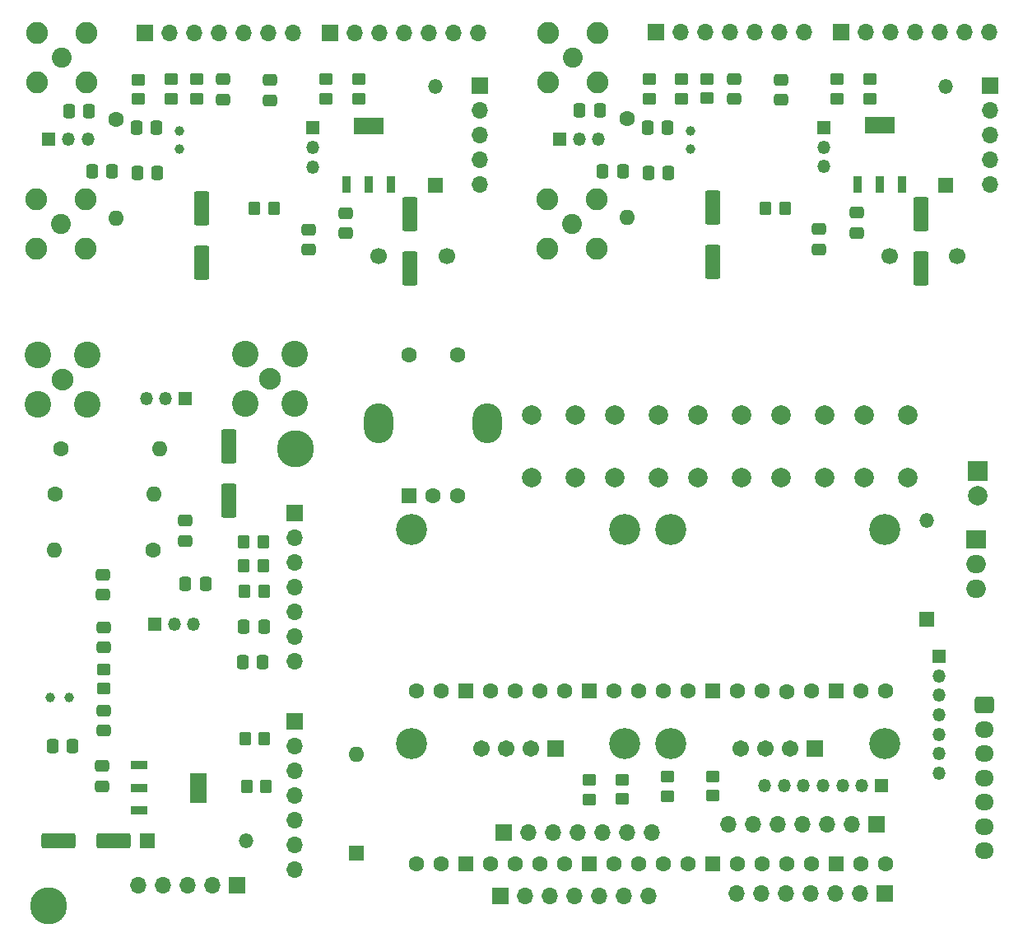
<source format=gbr>
%TF.GenerationSoftware,KiCad,Pcbnew,8.0.4*%
%TF.CreationDate,2025-05-03T00:51:18+05:30*%
%TF.ProjectId,TEST PNAL,54455354-2050-44e4-914c-2e6b69636164,rev?*%
%TF.SameCoordinates,Original*%
%TF.FileFunction,Soldermask,Top*%
%TF.FilePolarity,Negative*%
%FSLAX46Y46*%
G04 Gerber Fmt 4.6, Leading zero omitted, Abs format (unit mm)*
G04 Created by KiCad (PCBNEW 8.0.4) date 2025-05-03 00:51:18*
%MOMM*%
%LPD*%
G01*
G04 APERTURE LIST*
G04 Aperture macros list*
%AMRoundRect*
0 Rectangle with rounded corners*
0 $1 Rounding radius*
0 $2 $3 $4 $5 $6 $7 $8 $9 X,Y pos of 4 corners*
0 Add a 4 corners polygon primitive as box body*
4,1,4,$2,$3,$4,$5,$6,$7,$8,$9,$2,$3,0*
0 Add four circle primitives for the rounded corners*
1,1,$1+$1,$2,$3*
1,1,$1+$1,$4,$5*
1,1,$1+$1,$6,$7*
1,1,$1+$1,$8,$9*
0 Add four rect primitives between the rounded corners*
20,1,$1+$1,$2,$3,$4,$5,0*
20,1,$1+$1,$4,$5,$6,$7,0*
20,1,$1+$1,$6,$7,$8,$9,0*
20,1,$1+$1,$8,$9,$2,$3,0*%
G04 Aperture macros list end*
%ADD10R,1.350000X1.350000*%
%ADD11O,1.350000X1.350000*%
%ADD12C,1.700000*%
%ADD13RoundRect,0.250000X0.475000X-0.337500X0.475000X0.337500X-0.475000X0.337500X-0.475000X-0.337500X0*%
%ADD14RoundRect,0.250000X0.550000X-1.500000X0.550000X1.500000X-0.550000X1.500000X-0.550000X-1.500000X0*%
%ADD15C,1.600000*%
%ADD16O,1.600000X1.600000*%
%ADD17C,2.050000*%
%ADD18C,2.250000*%
%ADD19RoundRect,0.250000X-0.550000X1.500000X-0.550000X-1.500000X0.550000X-1.500000X0.550000X1.500000X0*%
%ADD20RoundRect,0.250000X0.337500X0.475000X-0.337500X0.475000X-0.337500X-0.475000X0.337500X-0.475000X0*%
%ADD21RoundRect,0.250000X0.450000X-0.350000X0.450000X0.350000X-0.450000X0.350000X-0.450000X-0.350000X0*%
%ADD22RoundRect,0.250000X-0.337500X-0.475000X0.337500X-0.475000X0.337500X0.475000X-0.337500X0.475000X0*%
%ADD23RoundRect,0.250000X-0.475000X0.337500X-0.475000X-0.337500X0.475000X-0.337500X0.475000X0.337500X0*%
%ADD24R,1.700000X1.700000*%
%ADD25O,1.700000X1.700000*%
%ADD26R,0.850800X1.761200*%
%ADD27R,3.150799X1.761200*%
%ADD28C,1.000000*%
%ADD29RoundRect,0.250000X-0.350000X-0.450000X0.350000X-0.450000X0.350000X0.450000X-0.350000X0.450000X0*%
%ADD30R,1.500000X1.500000*%
%ADD31O,1.500000X1.500000*%
%ADD32R,2.000000X1.905000*%
%ADD33O,2.000000X1.905000*%
%ADD34R,2.000000X2.000000*%
%ADD35C,2.000000*%
%ADD36RoundRect,0.250000X-0.450000X0.350000X-0.450000X-0.350000X0.450000X-0.350000X0.450000X0.350000X0*%
%ADD37RoundRect,0.200000X-0.600000X0.600000X-0.600000X-0.600000X0.600000X-0.600000X0.600000X0.600000X0*%
%ADD38RoundRect,0.250000X-0.725000X0.600000X-0.725000X-0.600000X0.725000X-0.600000X0.725000X0.600000X0*%
%ADD39O,1.950000X1.700000*%
%ADD40RoundRect,0.102000X0.754000X0.754000X-0.754000X0.754000X-0.754000X-0.754000X0.754000X-0.754000X0*%
%ADD41C,1.712000*%
%ADD42C,3.204000*%
%ADD43RoundRect,0.250000X0.550000X-0.550000X0.550000X0.550000X-0.550000X0.550000X-0.550000X-0.550000X0*%
%ADD44O,3.000000X4.100000*%
%ADD45R,1.600000X1.600000*%
%ADD46C,2.600000*%
%ADD47C,3.800000*%
%ADD48C,2.240000*%
%ADD49C,2.740000*%
%ADD50RoundRect,0.250000X1.500000X0.550000X-1.500000X0.550000X-1.500000X-0.550000X1.500000X-0.550000X0*%
%ADD51R,1.761200X0.850800*%
%ADD52R,1.761200X3.150799*%
%ADD53RoundRect,0.250000X0.350000X0.450000X-0.350000X0.450000X-0.350000X-0.450000X0.350000X-0.450000X0*%
G04 APERTURE END LIST*
D10*
%TO.C,J6*%
X123935000Y-66930000D03*
D11*
X123935000Y-68930000D03*
X123935000Y-70930000D03*
%TD*%
D12*
%TO.C,J8*%
X130700000Y-80105000D03*
X137700000Y-80105000D03*
%TD*%
D13*
%TO.C,C6*%
X114735000Y-63980000D03*
X114735000Y-61905000D03*
%TD*%
D14*
%TO.C,C2*%
X133935000Y-81380000D03*
X133935000Y-75780000D03*
%TD*%
D15*
%TO.C,L1*%
X103685000Y-66030000D03*
D16*
X103685000Y-76190000D03*
%TD*%
D17*
%TO.C,J1*%
X98135000Y-59730000D03*
D18*
X95595000Y-62270000D03*
X100675000Y-62270000D03*
X95595000Y-57190000D03*
X100675000Y-57190000D03*
%TD*%
D19*
%TO.C,C4*%
X112510000Y-75155000D03*
X112510000Y-80755000D03*
%TD*%
D20*
%TO.C,C7*%
X103285000Y-71380000D03*
X101210000Y-71380000D03*
%TD*%
D21*
%TO.C,R6*%
X111960000Y-63905000D03*
X111960000Y-61905000D03*
%TD*%
D20*
%TO.C,C8*%
X107885000Y-66905000D03*
X105810000Y-66905000D03*
%TD*%
D22*
%TO.C,C10*%
X98835000Y-65180000D03*
X100910000Y-65180000D03*
%TD*%
D23*
%TO.C,C3*%
X123485000Y-77355000D03*
X123485000Y-79430000D03*
%TD*%
D24*
%TO.C,J2*%
X141085000Y-62580000D03*
D25*
X141085000Y-65120000D03*
X141085000Y-67660000D03*
X141085000Y-70200000D03*
X141085000Y-72740000D03*
%TD*%
D21*
%TO.C,R4*%
X105985000Y-63955000D03*
X105985000Y-61955000D03*
%TD*%
D13*
%TO.C,C1*%
X127310000Y-77730000D03*
X127310000Y-75655000D03*
%TD*%
D21*
%TO.C,R3*%
X109335000Y-63930000D03*
X109335000Y-61930000D03*
%TD*%
D20*
%TO.C,C9*%
X107960000Y-71555000D03*
X105885000Y-71555000D03*
%TD*%
D24*
%TO.C,J4*%
X106685000Y-57140000D03*
D25*
X109225000Y-57140000D03*
X111765000Y-57140000D03*
X114305000Y-57140000D03*
X116845000Y-57140000D03*
X119385000Y-57140000D03*
X121925000Y-57140000D03*
%TD*%
D21*
%TO.C,R2*%
X125285000Y-63930000D03*
X125285000Y-61930000D03*
%TD*%
D24*
%TO.C,J3*%
X125735000Y-57140000D03*
D25*
X128275000Y-57140000D03*
X130815000Y-57140000D03*
X133355000Y-57140000D03*
X135895000Y-57140000D03*
X138435000Y-57140000D03*
X140975000Y-57140000D03*
%TD*%
D26*
%TO.C,U1*%
X127385000Y-72730000D03*
X129685000Y-72730000D03*
X131985000Y-72730000D03*
D27*
X129685000Y-66680000D03*
%TD*%
D10*
%TO.C,J7*%
X96785000Y-68080000D03*
D11*
X98785000Y-68080000D03*
X100785000Y-68080000D03*
%TD*%
D28*
%TO.C,Y1*%
X110210000Y-69130000D03*
X110210000Y-67230000D03*
%TD*%
D29*
%TO.C,R5*%
X117960000Y-75205000D03*
X119960000Y-75205000D03*
%TD*%
D30*
%TO.C,D1*%
X136510000Y-72840000D03*
D31*
X136510000Y-62680000D03*
%TD*%
D17*
%TO.C,J5*%
X98045000Y-76820000D03*
D18*
X95505000Y-74280000D03*
X95505000Y-79360000D03*
X100585000Y-74280000D03*
X100585000Y-79360000D03*
%TD*%
D23*
%TO.C,C5*%
X119535000Y-61980000D03*
X119535000Y-64055000D03*
%TD*%
D21*
%TO.C,R1*%
X128685000Y-63930000D03*
X128685000Y-61930000D03*
%TD*%
D10*
%TO.C,J4*%
X135775000Y-121290000D03*
D11*
X135775000Y-123290000D03*
X135775000Y-125290000D03*
X135775000Y-127290000D03*
X135775000Y-129290000D03*
X135775000Y-131290000D03*
X135775000Y-133290000D03*
%TD*%
D32*
%TO.C,U2*%
X139585000Y-109250400D03*
D33*
X139585000Y-111790400D03*
X139585000Y-114330400D03*
%TD*%
D34*
%TO.C,J1*%
X139788200Y-102240000D03*
D35*
X139788200Y-104780000D03*
%TD*%
%TO.C,SW4*%
X106915000Y-96450000D03*
X106915000Y-102950000D03*
X102415000Y-96450000D03*
X102415000Y-102950000D03*
%TD*%
%TO.C,SW2*%
X124015000Y-96450000D03*
X124015000Y-102950000D03*
X119515000Y-96450000D03*
X119515000Y-102950000D03*
%TD*%
%TO.C,SW1*%
X132565000Y-96450000D03*
X132565000Y-102950000D03*
X128065000Y-96450000D03*
X128065000Y-102950000D03*
%TD*%
%TO.C,SW5*%
X98365000Y-96450000D03*
X98365000Y-102950000D03*
X93865000Y-96450000D03*
X93865000Y-102950000D03*
%TD*%
D24*
%TO.C,J6*%
X129345000Y-138520000D03*
D25*
X126805000Y-138520000D03*
X124265000Y-138520000D03*
X121725000Y-138520000D03*
X119185000Y-138520000D03*
X116645000Y-138520000D03*
X114105000Y-138520000D03*
%TD*%
D36*
%TO.C,R6*%
X112525000Y-133620000D03*
X112525000Y-135620000D03*
%TD*%
%TO.C,R12*%
X107865000Y-133670000D03*
X107865000Y-135670000D03*
%TD*%
D24*
%TO.C,J5*%
X91035000Y-139380000D03*
D25*
X93575000Y-139380000D03*
X96115000Y-139380000D03*
X98655000Y-139380000D03*
X101195000Y-139380000D03*
X103735000Y-139380000D03*
X106275000Y-139380000D03*
%TD*%
D21*
%TO.C,R7*%
X99855000Y-135990000D03*
X99855000Y-133990000D03*
%TD*%
D35*
%TO.C,SW3*%
X115465000Y-96450000D03*
X115465000Y-102950000D03*
X110965000Y-96450000D03*
X110965000Y-102950000D03*
%TD*%
D36*
%TO.C,R11*%
X103175000Y-133970000D03*
X103175000Y-135970000D03*
%TD*%
D10*
%TO.C,J3*%
X129874600Y-134574200D03*
D11*
X127874600Y-134574200D03*
X125874600Y-134574200D03*
X123874600Y-134574200D03*
X121874600Y-134574200D03*
X119874600Y-134574200D03*
X117874600Y-134574200D03*
%TD*%
D24*
%TO.C,J8*%
X90675000Y-145890000D03*
D25*
X93215000Y-145890000D03*
X95755000Y-145890000D03*
X98295000Y-145890000D03*
X100835000Y-145890000D03*
X103375000Y-145890000D03*
X105915000Y-145890000D03*
%TD*%
D24*
%TO.C,J7*%
X130205000Y-145690000D03*
D25*
X127665000Y-145690000D03*
X125125000Y-145690000D03*
X122585000Y-145690000D03*
X120045000Y-145690000D03*
X117505000Y-145690000D03*
X114965000Y-145690000D03*
%TD*%
D15*
%TO.C,IC1*%
X82075000Y-124850000D03*
X84615000Y-124850000D03*
D37*
X87155000Y-124850000D03*
D15*
X89695000Y-124850000D03*
X92235000Y-124850000D03*
X94775000Y-124850000D03*
X97315000Y-124850000D03*
D37*
X99855000Y-124850000D03*
D15*
X102395000Y-124850000D03*
X104935000Y-124850000D03*
X107475000Y-124850000D03*
X110015000Y-124850000D03*
D37*
X112555000Y-124850000D03*
D15*
X115095000Y-124850000D03*
X117635000Y-124850000D03*
X120175000Y-124891881D03*
X122715000Y-124850000D03*
D37*
X125255000Y-124850000D03*
D15*
X127795000Y-124850000D03*
X130335000Y-124850000D03*
X130335000Y-142630000D03*
X127795000Y-142630000D03*
D37*
X125255000Y-142630000D03*
D15*
X122715000Y-142630000D03*
X120175000Y-142630000D03*
X117635000Y-142630000D03*
X115095000Y-142630000D03*
D37*
X112555000Y-142630000D03*
D15*
X110015000Y-142630000D03*
X107475000Y-142630000D03*
X104935000Y-142630000D03*
X102395000Y-142630000D03*
D37*
X99855000Y-142630000D03*
D15*
X97315000Y-142630000D03*
X94775000Y-142630000D03*
X92235000Y-142630000D03*
X89695000Y-142630000D03*
D37*
X87155000Y-142630000D03*
D15*
X84615000Y-142630000D03*
X82075000Y-142630000D03*
%TD*%
D38*
%TO.C,J2*%
X140465000Y-126290000D03*
D39*
X140465000Y-128790000D03*
X140465000Y-131290000D03*
X140465000Y-133790000D03*
X140465000Y-136290000D03*
X140465000Y-138790000D03*
X140465000Y-141290000D03*
%TD*%
D30*
%TO.C,D2*%
X134505000Y-117480000D03*
D31*
X134505000Y-107320000D03*
%TD*%
D40*
%TO.C,B1*%
X123015000Y-130767500D03*
D41*
X120475000Y-130767500D03*
X117935000Y-130767500D03*
X115395000Y-130767500D03*
D42*
X130205000Y-130267500D03*
X108205000Y-130267500D03*
X108205000Y-108267500D03*
X130205000Y-108267500D03*
%TD*%
D43*
%TO.C,SW6*%
X81245000Y-104780000D03*
D15*
X86245000Y-104780000D03*
X83745000Y-104780000D03*
X81245000Y-90280000D03*
X86245000Y-90280000D03*
D44*
X78145000Y-97280000D03*
X89345000Y-97280000D03*
%TD*%
D45*
%TO.C,D1*%
X75875000Y-141480000D03*
D16*
X75875000Y-131320000D03*
%TD*%
D40*
%TO.C,B2*%
X96310000Y-130776000D03*
D41*
X93770000Y-130776000D03*
X91230000Y-130776000D03*
X88690000Y-130776000D03*
D42*
X103500000Y-130276000D03*
X81500000Y-130276000D03*
X81500000Y-108276000D03*
X103500000Y-108276000D03*
%TD*%
D12*
%TO.C,J8*%
X78141650Y-80141650D03*
X85141650Y-80141650D03*
%TD*%
D13*
%TO.C,C6*%
X62176650Y-64016650D03*
X62176650Y-61941650D03*
%TD*%
D10*
%TO.C,J6*%
X71376650Y-66966650D03*
D11*
X71376650Y-68966650D03*
X71376650Y-70966650D03*
%TD*%
D15*
%TO.C,L1*%
X51126650Y-66066650D03*
D16*
X51126650Y-76226650D03*
%TD*%
D14*
%TO.C,C2*%
X81376650Y-81416650D03*
X81376650Y-75816650D03*
%TD*%
D24*
%TO.C,J2*%
X88526650Y-62616650D03*
D25*
X88526650Y-65156650D03*
X88526650Y-67696650D03*
X88526650Y-70236650D03*
X88526650Y-72776650D03*
%TD*%
D17*
%TO.C,J1*%
X45576650Y-59766650D03*
D18*
X43036650Y-62306650D03*
X48116650Y-62306650D03*
X43036650Y-57226650D03*
X48116650Y-57226650D03*
%TD*%
D19*
%TO.C,C4*%
X59951650Y-75191650D03*
X59951650Y-80791650D03*
%TD*%
D21*
%TO.C,R6*%
X59401650Y-63941650D03*
X59401650Y-61941650D03*
%TD*%
%TO.C,R4*%
X53426650Y-63991650D03*
X53426650Y-61991650D03*
%TD*%
D20*
%TO.C,C8*%
X55326650Y-66941650D03*
X53251650Y-66941650D03*
%TD*%
%TO.C,C7*%
X50726650Y-71416650D03*
X48651650Y-71416650D03*
%TD*%
D22*
%TO.C,C10*%
X46276650Y-65216650D03*
X48351650Y-65216650D03*
%TD*%
D23*
%TO.C,C3*%
X70926650Y-77391650D03*
X70926650Y-79466650D03*
%TD*%
D28*
%TO.C,Y1*%
X57651650Y-69166650D03*
X57651650Y-67266650D03*
%TD*%
D13*
%TO.C,C1*%
X74751650Y-77766650D03*
X74751650Y-75691650D03*
%TD*%
D29*
%TO.C,R5*%
X65401650Y-75241650D03*
X67401650Y-75241650D03*
%TD*%
D21*
%TO.C,R3*%
X56776650Y-63966650D03*
X56776650Y-61966650D03*
%TD*%
D30*
%TO.C,D1*%
X83951650Y-72876650D03*
D31*
X83951650Y-62716650D03*
%TD*%
D20*
%TO.C,C9*%
X55401650Y-71591650D03*
X53326650Y-71591650D03*
%TD*%
D24*
%TO.C,J4*%
X54126650Y-57176650D03*
D25*
X56666650Y-57176650D03*
X59206650Y-57176650D03*
X61746650Y-57176650D03*
X64286650Y-57176650D03*
X66826650Y-57176650D03*
X69366650Y-57176650D03*
%TD*%
D21*
%TO.C,R2*%
X72726650Y-63966650D03*
X72726650Y-61966650D03*
%TD*%
D23*
%TO.C,C5*%
X66976650Y-62016650D03*
X66976650Y-64091650D03*
%TD*%
D24*
%TO.C,J3*%
X73176650Y-57176650D03*
D25*
X75716650Y-57176650D03*
X78256650Y-57176650D03*
X80796650Y-57176650D03*
X83336650Y-57176650D03*
X85876650Y-57176650D03*
X88416650Y-57176650D03*
%TD*%
D21*
%TO.C,R1*%
X76126650Y-63966650D03*
X76126650Y-61966650D03*
%TD*%
D17*
%TO.C,J5*%
X45486650Y-76856650D03*
D18*
X42946650Y-74316650D03*
X42946650Y-79396650D03*
X48026650Y-74316650D03*
X48026650Y-79396650D03*
%TD*%
D26*
%TO.C,U1*%
X74826650Y-72766650D03*
X77126650Y-72766650D03*
X79426650Y-72766650D03*
D27*
X77126650Y-66716650D03*
%TD*%
D10*
%TO.C,J7*%
X44226650Y-68116650D03*
D11*
X46226650Y-68116650D03*
X48226650Y-68116650D03*
%TD*%
D30*
%TO.C,D1*%
X54328500Y-140230700D03*
D31*
X64488500Y-140230700D03*
%TD*%
D13*
%TO.C,C7*%
X49828500Y-120360700D03*
X49828500Y-118285700D03*
%TD*%
D29*
%TO.C,R2*%
X64418500Y-129780700D03*
X66418500Y-129780700D03*
%TD*%
D28*
%TO.C,Y1*%
X46278500Y-125500700D03*
X44378500Y-125500700D03*
%TD*%
D24*
%TO.C,J2*%
X63548500Y-144790700D03*
D25*
X61008500Y-144790700D03*
X58468500Y-144790700D03*
X55928500Y-144790700D03*
X53388500Y-144790700D03*
%TD*%
D20*
%TO.C,C9*%
X60358500Y-113840700D03*
X58283500Y-113840700D03*
%TD*%
D15*
%TO.C,L1*%
X45495000Y-99960000D03*
D16*
X55655000Y-99960000D03*
%TD*%
D46*
%TO.C,2*%
X69625000Y-99960000D03*
D47*
X69625000Y-99960000D03*
%TD*%
D20*
%TO.C,C6*%
X66356000Y-118260700D03*
X64281000Y-118260700D03*
%TD*%
D14*
%TO.C,C4*%
X62718500Y-105290700D03*
X62718500Y-99690700D03*
%TD*%
D13*
%TO.C,C3*%
X49678500Y-134655700D03*
X49678500Y-132580700D03*
%TD*%
%TO.C,C8*%
X58258500Y-109408200D03*
X58258500Y-107333200D03*
%TD*%
D10*
%TO.C,J6*%
X58238500Y-94820700D03*
D11*
X56238500Y-94820700D03*
X54238500Y-94820700D03*
%TD*%
D48*
%TO.C,J1*%
X66998500Y-92790700D03*
D49*
X69538500Y-90250700D03*
X64458500Y-90250700D03*
X69538500Y-95330700D03*
X64458500Y-95330700D03*
%TD*%
D29*
%TO.C,R3*%
X64288500Y-111980700D03*
X66288500Y-111980700D03*
%TD*%
D23*
%TO.C,C11*%
X49828500Y-126865700D03*
X49828500Y-128940700D03*
%TD*%
D48*
%TO.C,J5*%
X45618500Y-92820700D03*
D49*
X43078500Y-95360700D03*
X48158500Y-95360700D03*
X43078500Y-90280700D03*
X48158500Y-90280700D03*
%TD*%
D24*
%TO.C,J4*%
X69548500Y-106544100D03*
D25*
X69548500Y-109084100D03*
X69548500Y-111624100D03*
X69548500Y-114164100D03*
X69548500Y-116704100D03*
X69548500Y-119244100D03*
X69548500Y-121784100D03*
%TD*%
D29*
%TO.C,R4*%
X64268500Y-109520700D03*
X66268500Y-109520700D03*
%TD*%
D46*
%TO.C,1*%
X44225000Y-146950000D03*
D47*
X44225000Y-146950000D03*
%TD*%
D24*
%TO.C,J3*%
X69548500Y-127936300D03*
D25*
X69548500Y-130476300D03*
X69548500Y-133016300D03*
X69548500Y-135556300D03*
X69548500Y-138096300D03*
X69548500Y-140636300D03*
X69548500Y-143176300D03*
%TD*%
D50*
%TO.C,C2*%
X50848500Y-140240700D03*
X45248500Y-140240700D03*
%TD*%
D20*
%TO.C,C5*%
X66248500Y-121870700D03*
X64173500Y-121870700D03*
%TD*%
D15*
%TO.C,L2*%
X54938500Y-110380700D03*
D16*
X44778500Y-110380700D03*
%TD*%
D51*
%TO.C,U1*%
X53523500Y-132490700D03*
X53523500Y-134790700D03*
X53523500Y-137090700D03*
D52*
X59573500Y-134790700D03*
%TD*%
D36*
%TO.C,R5*%
X49868500Y-122600700D03*
X49868500Y-124600700D03*
%TD*%
D15*
%TO.C,L3*%
X44878500Y-104580700D03*
D16*
X55038500Y-104580700D03*
%TD*%
D29*
%TO.C,R1*%
X64578500Y-134690700D03*
X66578500Y-134690700D03*
%TD*%
D13*
%TO.C,C1*%
X49778500Y-114950700D03*
X49778500Y-112875700D03*
%TD*%
D53*
%TO.C,R7*%
X66358500Y-114590700D03*
X64358500Y-114590700D03*
%TD*%
D22*
%TO.C,C10*%
X44613500Y-130510700D03*
X46688500Y-130510700D03*
%TD*%
D10*
%TO.C,J7*%
X55138500Y-117940700D03*
D11*
X57138500Y-117940700D03*
X59138500Y-117940700D03*
%TD*%
M02*

</source>
